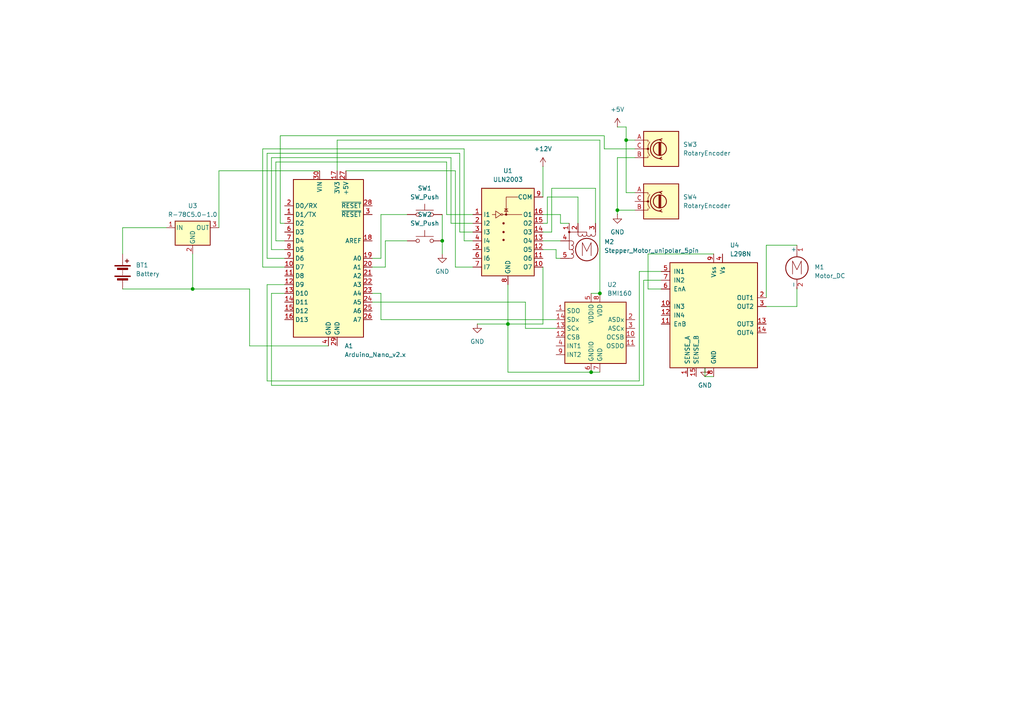
<source format=kicad_sch>
(kicad_sch (version 20250114) (generator "eeschema") (generator_version "9.0")
  (paper "A4")
  (lib_symbols
    (symbol "Device:Battery" (pin_numbers (hide yes)) (pin_names (offset 0) (hide yes))
      (property "Reference" "BT" (at 2.54 2.54 0))
      (property "Value" "Battery" (at 2.54 0 0))
      (symbol "Battery_0_1"
        (rectangle (start -2.286 1.778) (end 2.286 1.524) (fill (type outline)))
        (rectangle (start -2.286 -1.27) (end 2.286 -1.524) (fill (type outline)))
        (rectangle (start -1.524 1.016) (end 1.524 0.508) (fill (type outline)))
        (rectangle (start -1.524 -2.032) (end 1.524 -2.54) (fill (type outline)))
        (polyline (pts (xy 0 1.778) (xy 0 2.54)))
        (polyline (pts (xy 0 0) (xy 0 0.254)))
        (polyline (pts (xy 0 -0.508) (xy 0 -0.254)))
        (polyline (pts (xy 0 -1.016) (xy 0 -0.762)))
        (polyline (pts (xy 0.762 3.048) (xy 1.778 3.048)) (stroke (width 0.254)))
        (polyline (pts (xy 1.27 3.556) (xy 1.27 2.54)) (stroke (width 0.254)))
      )
      (symbol "Battery_1_1"
        (pin passive line (at 0 5.08 270) (length 2.54) (name "+") (number "1"))
        (pin passive line (at 0 -5.08 90) (length 2.54) (name "-") (number "2"))
      )
    )
    (symbol "Device:RotaryEncoder" (pin_names (offset 0.254) (hide yes))
      (property "Reference" "SW" (at 0 6.604 0))
      (property "Value" "RotaryEncoder" (at 0 -6.604 0))
      (symbol "RotaryEncoder_0_1"
        (rectangle (start -5.08 5.08) (end 5.08 -5.08) (stroke (width 0.254)) (fill (type background)))
        (polyline (pts (xy -5.08 2.54) (xy -3.81 2.54) (xy -3.81 2.032)))
        (polyline (pts (xy -5.08 0) (xy -3.81 0) (xy -3.81 -1.016) (xy -3.302 -2.032)))
        (polyline (pts (xy -5.08 -2.54) (xy -3.81 -2.54) (xy -3.81 -2.032)))
        (polyline (pts (xy -4.318 0) (xy -3.81 0) (xy -3.81 1.016) (xy -3.302 2.032)))
        (circle (center -3.81 0) (radius 0.254) (fill (type outline)))
        (polyline (pts (xy -0.635 -1.778) (xy -0.635 1.778)) (stroke (width 0.254)))
        (circle (center -0.381 0) (radius 1.905) (stroke (width 0.254)))
        (polyline (pts (xy -0.381 -1.778) (xy -0.381 1.778)) (stroke (width 0.254)))
        (arc (start -0.381 -2.794) (mid -3.0988 -0.0635) (end -0.381 2.667) (stroke (width 0.254)))
        (polyline (pts (xy -0.127 1.778) (xy -0.127 -1.778)) (stroke (width 0.254)))
        (polyline (pts (xy 0.254 2.921) (xy -0.508 2.667) (xy 0.127 2.286)) (stroke (width 0.254)))
        (polyline (pts (xy 0.254 -3.048) (xy -0.508 -2.794) (xy 0.127 -2.413)) (stroke (width 0.254)))
      )
      (symbol "RotaryEncoder_1_1"
        (pin passive line (at -7.62 2.54 0) (length 2.54) (name "A") (number "A"))
        (pin passive line (at -7.62 0 0) (length 2.54) (name "C") (number "C"))
        (pin passive line (at -7.62 -2.54 0) (length 2.54) (name "B") (number "B"))
      )
    )
    (symbol "Driver_Motor:L298N" (pin_names (offset 1.016))
      (property "Reference" "U" (at -10.16 16.51 0))
      (property "Value" "L298N" (at 12.7 16.51 0))
      (symbol "L298N_0_1"
        (rectangle (start -12.7 15.24) (end 12.7 -15.24) (stroke (width 0.254)) (fill (type background)))
      )
      (symbol "L298N_1_1"
        (pin input line (at -15.24 12.7 0) (length 2.54) (name "IN1") (number "5"))
        (pin input line (at -15.24 10.16 0) (length 2.54) (name "IN2") (number "7"))
        (pin input line (at -15.24 7.62 0) (length 2.54) (name "EnA") (number "6"))
        (pin input line (at -15.24 2.54 0) (length 2.54) (name "IN3") (number "10"))
        (pin input line (at -15.24 0 0) (length 2.54) (name "IN4") (number "12"))
        (pin input line (at -15.24 -2.54 0) (length 2.54) (name "EnB") (number "11"))
        (pin power_in line (at -7.62 -17.78 90) (length 2.54) (name "SENSE_A") (number "1"))
        (pin power_in line (at -5.08 -17.78 90) (length 2.54) (name "SENSE_B") (number "15"))
        (pin power_in line (at 0 17.78 270) (length 2.54) (name "Vss") (number "9"))
        (pin power_in line (at 0 -17.78 90) (length 2.54) (name "GND") (number "8"))
        (pin power_in line (at 2.54 17.78 270) (length 2.54) (name "Vs") (number "4"))
        (pin output line (at 15.24 5.08 180) (length 2.54) (name "OUT1") (number "2"))
        (pin output line (at 15.24 2.54 180) (length 2.54) (name "OUT2") (number "3"))
        (pin output line (at 15.24 -2.54 180) (length 2.54) (name "OUT3") (number "13"))
        (pin output line (at 15.24 -5.08 180) (length 2.54) (name "OUT4") (number "14"))
      )
    )
    (symbol "MCU_Module:Arduino_Nano_v2.x"
      (property "Reference" "A" (at -10.16 23.495 0))
      (property "Value" "Arduino_Nano_v2.x" (at 5.08 -24.13 0))
      (symbol "Arduino_Nano_v2.x_0_1"
        (rectangle (start -10.16 22.86) (end 10.16 -22.86) (stroke (width 0.254)) (fill (type background)))
      )
      (symbol "Arduino_Nano_v2.x_1_1"
        (pin bidirectional line (at -12.7 15.24 0) (length 2.54) (name "D0/RX") (number "2"))
        (pin bidirectional line (at -12.7 12.7 0) (length 2.54) (name "D1/TX") (number "1"))
        (pin bidirectional line (at -12.7 10.16 0) (length 2.54) (name "D2") (number "5"))
        (pin bidirectional line (at -12.7 7.62 0) (length 2.54) (name "D3") (number "6"))
        (pin bidirectional line (at -12.7 5.08 0) (length 2.54) (name "D4") (number "7"))
        (pin bidirectional line (at -12.7 2.54 0) (length 2.54) (name "D5") (number "8"))
        (pin bidirectional line (at -12.7 0 0) (length 2.54) (name "D6") (number "9"))
        (pin bidirectional line (at -12.7 -2.54 0) (length 2.54) (name "D7") (number "10"))
        (pin bidirectional line (at -12.7 -5.08 0) (length 2.54) (name "D8") (number "11"))
        (pin bidirectional line (at -12.7 -7.62 0) (length 2.54) (name "D9") (number "12"))
        (pin bidirectional line (at -12.7 -10.16 0) (length 2.54) (name "D10") (number "13"))
        (pin bidirectional line (at -12.7 -12.7 0) (length 2.54) (name "D11") (number "14"))
        (pin bidirectional line (at -12.7 -15.24 0) (length 2.54) (name "D12") (number "15"))
        (pin bidirectional line (at -12.7 -17.78 0) (length 2.54) (name "D13") (number "16"))
        (pin power_in line (at -2.54 25.4 270) (length 2.54) (name "VIN") (number "30"))
        (pin power_in line (at 0 -25.4 90) (length 2.54) (name "GND") (number "4"))
        (pin power_out line (at 2.54 25.4 270) (length 2.54) (name "3V3") (number "17"))
        (pin power_in line (at 2.54 -25.4 90) (length 2.54) (name "GND") (number "29"))
        (pin power_out line (at 5.08 25.4 270) (length 2.54) (name "+5V") (number "27"))
        (pin input line (at 12.7 15.24 180) (length 2.54) (name "~{RESET}") (number "28"))
        (pin input line (at 12.7 12.7 180) (length 2.54) (name "~{RESET}") (number "3"))
        (pin input line (at 12.7 5.08 180) (length 2.54) (name "AREF") (number "18"))
        (pin bidirectional line (at 12.7 0 180) (length 2.54) (name "A0") (number "19"))
        (pin bidirectional line (at 12.7 -2.54 180) (length 2.54) (name "A1") (number "20"))
        (pin bidirectional line (at 12.7 -5.08 180) (length 2.54) (name "A2") (number "21"))
        (pin bidirectional line (at 12.7 -7.62 180) (length 2.54) (name "A3") (number "22"))
        (pin bidirectional line (at 12.7 -10.16 180) (length 2.54) (name "A4") (number "23"))
        (pin bidirectional line (at 12.7 -12.7 180) (length 2.54) (name "A5") (number "24"))
        (pin bidirectional line (at 12.7 -15.24 180) (length 2.54) (name "A6") (number "25"))
        (pin bidirectional line (at 12.7 -17.78 180) (length 2.54) (name "A7") (number "26"))
      )
    )
    (symbol "Motor:Motor_DC" (pin_names (offset 0))
      (property "Reference" "M" (at 2.54 2.54 0))
      (property "Value" "Motor_DC" (at 2.54 -5.08 0))
      (symbol "Motor_DC_0_0"
        (polyline (pts (xy -1.27 -3.302) (xy -1.27 0.508) (xy 0 -2.032) (xy 1.27 0.508) (xy 1.27 -3.302)))
      )
      (symbol "Motor_DC_0_1"
        (polyline (pts (xy 0 2.032) (xy 0 2.54)))
        (polyline (pts (xy 0 1.7272) (xy 0 2.0828)))
        (circle (center 0 -1.524) (radius 3.2512) (stroke (width 0.254)))
        (polyline (pts (xy 0 -4.7752) (xy 0 -5.1816)))
        (polyline (pts (xy 0 -7.62) (xy 0 -7.112)))
      )
      (symbol "Motor_DC_1_1"
        (pin passive line (at 0 5.08 270) (length 2.54) (name "+") (number "1"))
        (pin passive line (at 0 -7.62 90) (length 2.54) (name "-") (number "2"))
      )
    )
    (symbol "Motor:Stepper_Motor_unipolar_5pin" (pin_names (offset 0) (hide yes))
      (property "Reference" "M" (at 3.81 2.54 0))
      (property "Value" "Stepper_Motor_unipolar_5pin" (at 3.81 1.27 0))
      (symbol "Stepper_Motor_unipolar_5pin_0_0"
        (polyline (pts (xy -1.27 -1.778) (xy -1.27 2.032) (xy 0 -0.508) (xy 1.27 2.032) (xy 1.27 -1.778)))
      )
      (symbol "Stepper_Motor_unipolar_5pin_0_1"
        (circle (center -5.08 5.08) (radius 0.0001) (fill (type outline)))
        (circle (center -5.08 5.08) (radius 0.254) (fill (type outline)))
        (polyline (pts (xy -5.08 5.08) (xy -5.08 0) (xy -4.445 0)))
        (polyline (pts (xy -5.08 2.54) (xy -4.445 2.54)))
        (polyline (pts (xy -5.08 -2.54) (xy -4.445 -2.54)))
        (arc (start -4.445 2.54) (mid -3.8127 1.905) (end -4.445 1.27))
        (arc (start -4.445 1.27) (mid -3.8127 0.635) (end -4.445 0))
        (arc (start -4.445 0) (mid -3.8127 -0.635) (end -4.445 -1.27))
        (arc (start -4.445 -1.27) (mid -3.8127 -1.905) (end -4.445 -2.54))
        (polyline (pts (xy -2.54 4.445) (xy -2.54 5.08)))
        (arc (start -1.27 4.445) (mid -1.905 3.8127) (end -2.54 4.445))
        (arc (start 0 4.445) (mid -0.635 3.8127) (end -1.27 4.445))
        (polyline (pts (xy 0 4.445) (xy 0 5.08) (xy -5.08 5.08)))
        (circle (center 0 0) (radius 3.2512) (stroke (width 0.254)))
        (arc (start 1.27 4.445) (mid 0.635 3.8127) (end 0 4.445))
        (arc (start 2.54 4.445) (mid 1.905 3.8127) (end 1.27 4.445))
        (polyline (pts (xy 2.54 4.445) (xy 2.54 5.08)))
      )
      (symbol "Stepper_Motor_unipolar_5pin_1_1"
        (pin passive line (at -7.62 2.54 0) (length 2.54) (name "~") (number "4"))
        (pin passive line (at -7.62 -2.54 0) (length 2.54) (name "~") (number "5"))
        (pin passive line (at -5.08 7.62 270) (length 2.54) (name "~") (number "1"))
        (pin passive line (at -2.54 7.62 270) (length 2.54) (name "~") (number "2"))
        (pin passive line (at 2.54 7.62 270) (length 2.54) (name "-") (number "3"))
      )
    )
    (symbol "Regulator_Switching:R-78C5.0-1.0" (pin_names (offset 0.254))
      (property "Reference" "U" (at -3.81 3.175 0))
      (property "Value" "R-78C5.0-1.0" (at 0 3.175 0))
      (symbol "R-78C5.0-1.0_0_1"
        (rectangle (start -5.08 1.905) (end 5.08 -5.08) (stroke (width 0.254)) (fill (type background)))
      )
      (symbol "R-78C5.0-1.0_1_1"
        (pin power_in line (at -7.62 0 0) (length 2.54) (name "IN") (number "1"))
        (pin power_in line (at 0 -7.62 90) (length 2.54) (name "GND") (number "2"))
        (pin power_out line (at 7.62 0 180) (length 2.54) (name "OUT") (number "3"))
      )
    )
    (symbol "Sensor_Motion:BMI160"
      (property "Reference" "U" (at -10.16 8.89 0))
      (property "Value" "BMI160" (at 7.62 8.89 0))
      (symbol "BMI160_1_1"
        (rectangle (start -10.16 7.62) (end 7.62 -10.16) (stroke (width 0.254)) (fill (type background)))
        (pin bidirectional line (at -12.7 5.08 0) (length 2.54) (name "SDO") (number "1"))
        (pin bidirectional line (at -12.7 2.54 0) (length 2.54) (name "SDx") (number "14"))
        (pin input line (at -12.7 0 0) (length 2.54) (name "SCx") (number "13"))
        (pin input line (at -12.7 -2.54 0) (length 2.54) (name "CSB") (number "12"))
        (pin bidirectional line (at -12.7 -5.08 0) (length 2.54) (name "INT1") (number "4"))
        (pin bidirectional line (at -12.7 -7.62 0) (length 2.54) (name "INT2") (number "9"))
        (pin power_in line (at -2.54 10.16 270) (length 2.54) (name "VDDIO") (number "5"))
        (pin power_in line (at -2.54 -12.7 90) (length 2.54) (name "GNDIO") (number "6"))
        (pin power_in line (at 0 10.16 270) (length 2.54) (name "VDD") (number "8"))
        (pin power_in line (at 0 -12.7 90) (length 2.54) (name "GND") (number "7"))
        (pin bidirectional line (at 10.16 2.54 180) (length 2.54) (name "ASDx") (number "2"))
        (pin output line (at 10.16 0 180) (length 2.54) (name "ASCx") (number "3"))
        (pin bidirectional line (at 10.16 -2.54 180) (length 2.54) (name "OCSB") (number "10"))
        (pin bidirectional line (at 10.16 -5.08 180) (length 2.54) (name "OSDO") (number "11"))
      )
    )
    (symbol "Switch:SW_Push" (pin_numbers (hide yes)) (pin_names (offset 1.016) (hide yes))
      (property "Reference" "SW" (at 1.27 2.54 0))
      (property "Value" "SW_Push" (at 0 -1.524 0))
      (symbol "SW_Push_0_1"
        (circle (center -2.032 0) (radius 0.508))
        (polyline (pts (xy 0 1.27) (xy 0 3.048)))
        (circle (center 2.032 0) (radius 0.508))
        (polyline (pts (xy 2.54 1.27) (xy -2.54 1.27)))
        (pin passive line (at -5.08 0 0) (length 2.54) (name "1") (number "1"))
        (pin passive line (at 5.08 0 180) (length 2.54) (name "2") (number "2"))
      )
    )
    (symbol "Transistor_Array:ULN2003"
      (property "Reference" "U" (at 0 15.875 0))
      (property "Value" "ULN2003" (at 0 13.97 0))
      (symbol "ULN2003_0_1"
        (rectangle (start -7.62 -12.7) (end 7.62 12.7) (stroke (width 0.254)) (fill (type background)))
        (polyline (pts (xy -4.572 5.08) (xy -3.556 5.08)))
        (polyline (pts (xy -3.556 6.096) (xy -3.556 4.064) (xy -2.032 5.08) (xy -3.556 6.096)))
        (circle (center -1.778 5.08) (radius 0.254))
        (polyline (pts (xy -1.524 5.08) (xy 4.064 5.08)))
        (circle (center -1.27 2.54) (radius 0.254) (fill (type outline)))
        (circle (center -1.27 0) (radius 0.254) (fill (type outline)))
        (circle (center -1.27 -2.286) (radius 0.254) (fill (type outline)))
        (circle (center -0.508 5.08) (radius 0.254) (fill (type outline)))
        (polyline (pts (xy -0.508 5.08) (xy -0.508 10.16) (xy 2.921 10.16)))
        (polyline (pts (xy 0 6.731) (xy -1.016 6.731)))
        (polyline (pts (xy 0 5.969) (xy -1.016 5.969) (xy -0.508 6.731) (xy 0 5.969)))
      )
      (symbol "ULN2003_1_1"
        (pin input line (at -10.16 5.08 0) (length 2.54) (name "I1") (number "1"))
        (pin input line (at -10.16 2.54 0) (length 2.54) (name "I2") (number "2"))
        (pin input line (at -10.16 0 0) (length 2.54) (name "I3") (number "3"))
        (pin input line (at -10.16 -2.54 0) (length 2.54) (name "I4") (number "4"))
        (pin input line (at -10.16 -5.08 0) (length 2.54) (name "I5") (number "5"))
        (pin input line (at -10.16 -7.62 0) (length 2.54) (name "I6") (number "6"))
        (pin input line (at -10.16 -10.16 0) (length 2.54) (name "I7") (number "7"))
        (pin power_in line (at 0 -15.24 90) (length 2.54) (name "GND") (number "8"))
        (pin passive line (at 10.16 10.16 180) (length 2.54) (name "COM") (number "9"))
        (pin open_collector line (at 10.16 5.08 180) (length 2.54) (name "O1") (number "16"))
        (pin open_collector line (at 10.16 2.54 180) (length 2.54) (name "O2") (number "15"))
        (pin open_collector line (at 10.16 0 180) (length 2.54) (name "O3") (number "14"))
        (pin open_collector line (at 10.16 -2.54 180) (length 2.54) (name "O4") (number "13"))
        (pin open_collector line (at 10.16 -5.08 180) (length 2.54) (name "O5") (number "12"))
        (pin open_collector line (at 10.16 -7.62 180) (length 2.54) (name "O6") (number "11"))
        (pin open_collector line (at 10.16 -10.16 180) (length 2.54) (name "O7") (number "10"))
      )
    )
    (symbol "power:+12V" (power) (pin_numbers (hide yes)) (pin_names (offset 0) (hide yes))
      (property "Value" "+12V" (at 0 3.556 0))
      (symbol "+12V_0_1"
        (polyline (pts (xy -0.762 1.27) (xy 0 2.54)))
        (polyline (pts (xy 0 2.54) (xy 0.762 1.27)))
        (polyline (pts (xy 0 0) (xy 0 2.54)))
      )
      (symbol "+12V_1_1"
        (pin power_in line (at 0 0 90) (length 0) (name "~") (number "1"))
      )
    )
    (symbol "power:+5V" (power) (pin_numbers (hide yes)) (pin_names (offset 0) (hide yes))
      (property "Value" "+5V" (at 0 3.556 0))
      (symbol "+5V_0_1"
        (polyline (pts (xy -0.762 1.27) (xy 0 2.54)))
        (polyline (pts (xy 0 2.54) (xy 0.762 1.27)))
        (polyline (pts (xy 0 0) (xy 0 2.54)))
      )
      (symbol "+5V_1_1"
        (pin power_in line (at 0 0 90) (length 0) (name "~") (number "1"))
      )
    )
    (symbol "power:GND" (power) (pin_numbers (hide yes)) (pin_names (offset 0) (hide yes))
      (property "Value" "GND" (at 0 -3.81 0))
      (symbol "GND_0_1"
        (polyline (pts (xy 0 0) (xy 0 -1.27) (xy 1.27 -1.27) (xy 0 -2.54) (xy -1.27 -1.27) (xy 0 -1.27)))
      )
      (symbol "GND_1_1"
        (pin power_in line (at 0 0 270) (length 0) (name "~") (number "1"))
      )
    )
  )
  (junction (at 179.07 60.96))
  (junction (at 173.99 85.09))
  (junction (at 55.88 83.82))
  (junction (at 181.61 40.64))
  (junction (at 147.32 93.98))
  (junction (at 171.45 107.95))
  (junction (at 128.27 69.85))
  (wire (pts (xy 138.43 93.98) (xy 147.32 93.98)))
  (wire (pts (xy 191.77 81.28) (xy 186.69 81.28)))
  (wire (pts (xy 157.48 69.85) (xy 162.56 69.85)))
  (wire (pts (xy 129.54 62.23) (xy 129.54 46.99)))
  (wire (pts (xy 110.49 74.93) (xy 107.95 74.93)))
  (wire (pts (xy 81.28 39.37) (xy 81.28 64.77)))
  (wire (pts (xy 137.16 62.23) (xy 129.54 62.23)))
  (wire (pts (xy 81.28 64.77) (xy 82.55 64.77)))
  (wire (pts (xy 77.47 110.49) (xy 77.47 82.55)))
  (wire (pts (xy 184.15 55.88) (xy 181.61 55.88)))
  (wire (pts (xy 147.32 82.55) (xy 147.32 93.98)))
  (wire (pts (xy 134.62 69.85) (xy 134.62 43.18)))
  (wire (pts (xy 111.76 77.47) (xy 107.95 77.47)))
  (wire (pts (xy 147.32 93.98) (xy 157.48 93.98)))
  (wire (pts (xy 204.47 109.22) (xy 204.47 106.68)))
  (wire (pts (xy 77.47 82.55) (xy 82.55 82.55)))
  (wire (pts (xy 158.75 57.15) (xy 167.64 57.15)))
  (wire (pts (xy 161.29 72.39) (xy 157.48 72.39)))
  (wire (pts (xy 157.48 48.26) (xy 157.48 57.15)))
  (wire (pts (xy 78.74 45.72) (xy 78.74 72.39)))
  (wire (pts (xy 184.15 43.18) (xy 175.26 43.18)))
  (wire (pts (xy 35.56 66.04) (xy 48.26 66.04)))
  (wire (pts (xy 167.64 57.15) (xy 167.64 64.77)))
  (wire (pts (xy 118.11 62.23) (xy 110.49 62.23)))
  (wire (pts (xy 137.16 69.85) (xy 134.62 69.85)))
  (wire (pts (xy 160.02 54.61) (xy 172.72 54.61)))
  (wire (pts (xy 162.56 64.77) (xy 165.1 64.77)))
  (wire (pts (xy 118.11 69.85) (xy 111.76 69.85)))
  (wire (pts (xy 187.96 83.82) (xy 187.96 73.66)))
  (wire (pts (xy 160.02 67.31) (xy 160.02 54.61)))
  (wire (pts (xy 63.5 66.04) (xy 63.5 49.53)))
  (wire (pts (xy 171.45 85.09) (xy 173.99 85.09)))
  (wire (pts (xy 80.01 69.85) (xy 82.55 69.85)))
  (wire (pts (xy 78.74 111.76) (xy 78.74 85.09)))
  (wire (pts (xy 157.48 67.31) (xy 160.02 67.31)))
  (wire (pts (xy 130.81 64.77) (xy 130.81 45.72)))
  (wire (pts (xy 132.08 77.47) (xy 132.08 49.53)))
  (wire (pts (xy 186.69 111.76) (xy 78.74 111.76)))
  (wire (pts (xy 179.07 45.72) (xy 179.07 60.96)))
  (wire (pts (xy 152.4 95.25) (xy 152.4 87.63)))
  (wire (pts (xy 130.81 45.72) (xy 78.74 45.72)))
  (wire (pts (xy 162.56 64.77) (xy 162.56 62.23)))
  (wire (pts (xy 147.32 107.95) (xy 147.32 93.98)))
  (wire (pts (xy 157.48 77.47) (xy 157.48 93.98)))
  (wire (pts (xy 185.42 78.74) (xy 185.42 110.49)))
  (wire (pts (xy 222.25 86.36) (xy 222.25 71.12)))
  (wire (pts (xy 77.47 44.45) (xy 77.47 74.93)))
  (wire (pts (xy 231.14 83.82) (xy 231.14 88.9)))
  (wire (pts (xy 97.79 40.64) (xy 173.99 40.64)))
  (wire (pts (xy 173.99 40.64) (xy 173.99 85.09)))
  (wire (pts (xy 72.39 83.82) (xy 72.39 100.33)))
  (wire (pts (xy 35.56 73.66) (xy 35.56 66.04)))
  (wire (pts (xy 231.14 88.9) (xy 222.25 88.9)))
  (wire (pts (xy 137.16 64.77) (xy 130.81 64.77)))
  (wire (pts (xy 158.75 64.77) (xy 158.75 57.15)))
  (wire (pts (xy 72.39 100.33) (xy 95.25 100.33)))
  (wire (pts (xy 185.42 110.49) (xy 77.47 110.49)))
  (wire (pts (xy 161.29 74.93) (xy 162.56 74.93)))
  (wire (pts (xy 137.16 77.47) (xy 132.08 77.47)))
  (wire (pts (xy 181.61 36.83) (xy 179.07 36.83)))
  (wire (pts (xy 111.76 69.85) (xy 111.76 77.47)))
  (wire (pts (xy 161.29 95.25) (xy 152.4 95.25)))
  (wire (pts (xy 77.47 74.93) (xy 82.55 74.93)))
  (wire (pts (xy 207.01 109.22) (xy 204.47 109.22)))
  (wire (pts (xy 162.56 62.23) (xy 157.48 62.23)))
  (wire (pts (xy 191.77 83.82) (xy 187.96 83.82)))
  (wire (pts (xy 175.26 43.18) (xy 175.26 39.37)))
  (wire (pts (xy 128.27 69.85) (xy 128.27 73.66)))
  (wire (pts (xy 134.62 43.18) (xy 76.2 43.18)))
  (wire (pts (xy 128.27 62.23) (xy 128.27 69.85)))
  (wire (pts (xy 171.45 107.95) (xy 147.32 107.95)))
  (wire (pts (xy 55.88 83.82) (xy 55.88 73.66)))
  (wire (pts (xy 172.72 54.61) (xy 172.72 64.77)))
  (wire (pts (xy 181.61 55.88) (xy 181.61 40.64)))
  (wire (pts (xy 78.74 72.39) (xy 82.55 72.39)))
  (wire (pts (xy 161.29 92.71) (xy 110.49 92.71)))
  (wire (pts (xy 76.2 77.47) (xy 82.55 77.47)))
  (wire (pts (xy 97.79 49.53) (xy 97.79 40.64)))
  (wire (pts (xy 179.07 60.96) (xy 179.07 62.23)))
  (wire (pts (xy 76.2 43.18) (xy 76.2 77.47)))
  (wire (pts (xy 161.29 74.93) (xy 161.29 72.39)))
  (wire (pts (xy 173.99 107.95) (xy 171.45 107.95)))
  (wire (pts (xy 63.5 49.53) (xy 92.71 49.53)))
  (wire (pts (xy 175.26 39.37) (xy 81.28 39.37)))
  (wire (pts (xy 107.95 87.63) (xy 152.4 87.63)))
  (wire (pts (xy 157.48 64.77) (xy 158.75 64.77)))
  (wire (pts (xy 191.77 78.74) (xy 185.42 78.74)))
  (wire (pts (xy 187.96 73.66) (xy 207.01 73.66)))
  (wire (pts (xy 184.15 60.96) (xy 179.07 60.96)))
  (wire (pts (xy 222.25 71.12) (xy 231.14 71.12)))
  (wire (pts (xy 55.88 83.82) (xy 72.39 83.82)))
  (wire (pts (xy 110.49 62.23) (xy 110.49 74.93)))
  (wire (pts (xy 181.61 40.64) (xy 181.61 36.83)))
  (wire (pts (xy 35.56 83.82) (xy 55.88 83.82)))
  (wire (pts (xy 184.15 45.72) (xy 179.07 45.72)))
  (wire (pts (xy 129.54 46.99) (xy 80.01 46.99)))
  (wire (pts (xy 110.49 92.71) (xy 110.49 85.09)))
  (wire (pts (xy 133.35 44.45) (xy 77.47 44.45)))
  (wire (pts (xy 132.08 49.53) (xy 100.33 49.53)))
  (wire (pts (xy 133.35 67.31) (xy 133.35 44.45)))
  (wire (pts (xy 186.69 81.28) (xy 186.69 111.76)))
  (wire (pts (xy 80.01 46.99) (xy 80.01 69.85)))
  (wire (pts (xy 181.61 40.64) (xy 184.15 40.64)))
  (wire (pts (xy 110.49 85.09) (xy 107.95 85.09)))
  (wire (pts (xy 78.74 85.09) (xy 82.55 85.09)))
  (wire (pts (xy 137.16 67.31) (xy 133.35 67.31)))
  (symbol (lib_id "Device:RotaryEncoder") (at 191.77 43.18 0) (unit 1)
    (property "Reference" "SW3" (at 198.12 41.9099 0) (effects (justify left)))
    (property "Value" "RotaryEncoder" (at 198.12 44.4499 0) (effects (justify left)))
    (property "Footprint" "Rotary_Encoder:RotaryEncoder_Alps_EC11E-Switch_Vertical_H20mm" (effects (hide yes)))
    (property "Description" "Rotary encoder, dual channel, incremental quadrate outputs" (effects (hide yes)))
  )
  (symbol (lib_id "Sensor_Motion:BMI160") (at 173.99 95.25 0) (unit 1)
    (property "Reference" "U2" (at 176.1333 82.55 0) (effects (justify left)))
    (property "Value" "BMI160" (at 176.1333 85.09 0) (effects (justify left)))
    (property "Footprint" "Package_LGA:Bosch_LGA-14_3x2.5mm_P0.5mm" (effects (hide yes)))
    (property "Datasheet" "https://www.bosch-sensortec.com/media/boschsensortec/downloads/datasheets/bst-bmi160-ds000.pdf" (effects (hide yes)))
    (property "Description" "Small, low power inertial measurement unit, LGA-14" (effects (hide yes)))
  )
  (symbol (lib_id "Motor:Motor_DC") (at 231.14 76.2 0) (unit 1)
    (property "Reference" "M1" (at 236.22 77.4699 0) (effects (justify left)))
    (property "Value" "Motor_DC" (at 236.22 80.0099 0) (effects (justify left)))
    (property "Footprint" "Connector_PinHeader_2.54mm:PinHeader_1x02_P2.54mm_Horizontal" (effects (hide yes)))
    (property "Description" "DC Motor" (effects (hide yes)))
  )
  (symbol (lib_id "Regulator_Switching:R-78C5.0-1.0") (at 55.88 66.04 0) (unit 1)
    (property "Reference" "U3" (at 55.88 59.69 0))
    (property "Value" "R-78C5.0-1.0" (at 55.88 62.23 0))
    (property "Footprint" "Converter_DCDC:Converter_DCDC_RECOM_R-78E-0.5_THT" (effects (hide yes)))
    (property "Datasheet" "https://www.recom-power.com/pdf/Innoline/R-78Cxx-1.0.pdf" (effects (hide yes)))
    (property "Description" "1A Step-Down DC/DC-Regulator, 7-42V input, 5V fixed Output Voltage, LM78xx replacement, -40°C to +85°C, SIP3" (effects (hide yes)))
  )
  (symbol (lib_id "power:+5V") (at 179.07 36.83 0) (unit 1)
    (property "Reference" "#PWR05" (effects (hide yes)))
    (property "Value" "+5V" (at 179.07 31.75 0))
    (property "Description" "Power symbol creates a global label with name \"+5V\"" (effects (hide yes)))
  )
  (symbol (lib_id "Switch:SW_Push") (at 123.19 62.23 0) (unit 1)
    (property "Reference" "SW1" (at 123.19 54.61 0))
    (property "Value" "SW_Push" (at 123.19 57.15 0))
    (property "Footprint" "Button_Switch_THT:SW_PUSH_6mm" (effects (hide yes)))
    (property "Description" "Push button switch, generic, two pins" (effects (hide yes)))
  )
  (symbol (lib_id "power:GND") (at 128.27 73.66 0) (unit 1)
    (property "Reference" "#PWR01" (effects (hide yes)))
    (property "Value" "GND" (at 128.27 78.74 0))
    (property "Description" "Power symbol creates a global label with name \"GND\" , ground" (effects (hide yes)))
  )
  (symbol (lib_id "Driver_Motor:L298N") (at 207.01 91.44 0) (unit 1)
    (property "Reference" "U4" (at 211.6933 71.12 0) (effects (justify left)))
    (property "Value" "L298N" (at 211.6933 73.66 0) (effects (justify left)))
    (property "Footprint" "Package_TO_SOT_THT:TO-220-15_P2.54x2.54mm_StaggerOdd_Lead4.58mm_Vertical" (effects (hide yes)))
    (property "Datasheet" "http://www.st.com/st-web-ui/static/active/en/resource/technical/document/datasheet/CD00000240.pdf" (effects (hide yes)))
    (property "Description" "Dual full bridge motor driver, up to 46V, 4A, Multiwatt15-V" (effects (hide yes)))
  )
  (symbol (lib_id "power:GND") (at 138.43 93.98 0) (unit 1)
    (property "Reference" "#PWR04" (effects (hide yes)))
    (property "Value" "GND" (at 138.43 99.06 0))
    (property "Description" "Power symbol creates a global label with name \"GND\" , ground" (effects (hide yes)))
  )
  (symbol (lib_id "Device:RotaryEncoder") (at 191.77 58.42 0) (unit 1)
    (property "Reference" "SW4" (at 198.12 57.1499 0) (effects (justify left)))
    (property "Value" "RotaryEncoder" (at 198.12 59.6899 0) (effects (justify left)))
    (property "Footprint" "Rotary_Encoder:RotaryEncoder_Alps_EC11E-Switch_Vertical_H20mm" (effects (hide yes)))
    (property "Description" "Rotary encoder, dual channel, incremental quadrate outputs" (effects (hide yes)))
  )
  (symbol (lib_id "Device:Battery") (at 35.56 78.74 0) (unit 1)
    (property "Reference" "BT1" (at 39.37 76.8984 0) (effects (justify left)))
    (property "Value" "Battery" (at 39.37 79.4384 0) (effects (justify left)))
    (property "Description" "Multiple-cell battery" (effects (hide yes)))
  )
  (symbol (lib_id "power:+12V") (at 157.48 48.26 0) (unit 1)
    (property "Reference" "#PWR02" (effects (hide yes)))
    (property "Value" "+12V" (at 157.48 43.18 0))
    (property "Description" "Power symbol creates a global label with name \"+12V\"" (effects (hide yes)))
  )
  (symbol (lib_id "power:GND") (at 204.47 106.68 0) (unit 1)
    (property "Reference" "#PWR03" (effects (hide yes)))
    (property "Value" "GND" (at 204.47 111.76 0))
    (property "Description" "Power symbol creates a global label with name \"GND\" , ground" (effects (hide yes)))
  )
  (symbol (lib_id "power:GND") (at 179.07 62.23 0) (unit 1)
    (property "Reference" "#PWR06" (effects (hide yes)))
    (property "Value" "GND" (at 179.07 67.31 0))
    (property "Description" "Power symbol creates a global label with name \"GND\" , ground" (effects (hide yes)))
  )
  (symbol (lib_id "Motor:Stepper_Motor_unipolar_5pin") (at 170.18 72.39 0) (unit 1)
    (property "Reference" "M2" (at 175.26 70.142 0) (effects (justify left)))
    (property "Value" "Stepper_Motor_unipolar_5pin" (at 175.26 72.682 0) (effects (justify left)))
    (property "Footprint" "Connector_JST:JST_EH_S4B-EH_1x04_P2.50mm_Horizontal" (effects (hide yes)))
    (property "Datasheet" "http://www.infineon.com/dgdl/Application-Note-TLE8110EE_driving_UniPolarStepperMotor_V1.1.pdf?fileId=db3a30431be39b97011be5d0aa0a00b0" (effects (hide yes)))
    (property "Description" "5-wire unipolar stepper motor" (effects (hide yes)))
  )
  (symbol (lib_id "MCU_Module:Arduino_Nano_v2.x") (at 95.25 74.93 0) (unit 1)
    (property "Reference" "A1" (at 99.9333 100.33 0) (effects (justify left)))
    (property "Value" "Arduino_Nano_v2.x" (at 99.9333 102.87 0) (effects (justify left)))
    (property "Footprint" "Module:Arduino_Nano" (effects (hide yes)))
    (property "Datasheet" "https://www.arduino.cc/en/uploads/Main/ArduinoNanoManual23.pdf" (effects (hide yes)))
    (property "Description" "Arduino Nano v2.x" (effects (hide yes)))
  )
  (symbol (lib_id "Switch:SW_Push") (at 123.19 69.85 0) (unit 1)
    (property "Reference" "SW2" (at 123.19 62.23 0))
    (property "Value" "SW_Push" (at 123.19 64.77 0))
    (property "Footprint" "Button_Switch_THT:SW_PUSH_6mm" (effects (hide yes)))
    (property "Description" "Push button switch, generic, two pins" (effects (hide yes)))
  )
  (symbol (lib_id "Transistor_Array:ULN2003") (at 147.32 67.31 0) (unit 1)
    (property "Reference" "U1" (at 147.32 49.53 0))
    (property "Value" "ULN2003" (at 147.32 52.07 0))
    (property "Datasheet" "http://www.ti.com/lit/ds/symlink/uln2003a.pdf" (effects (hide yes)))
    (property "Description" "High Voltage, High Current Darlington Transistor Arrays, SOIC16/SOIC16W/DIP16/TSSOP16" (effects (hide yes)))
  )
)
</source>
